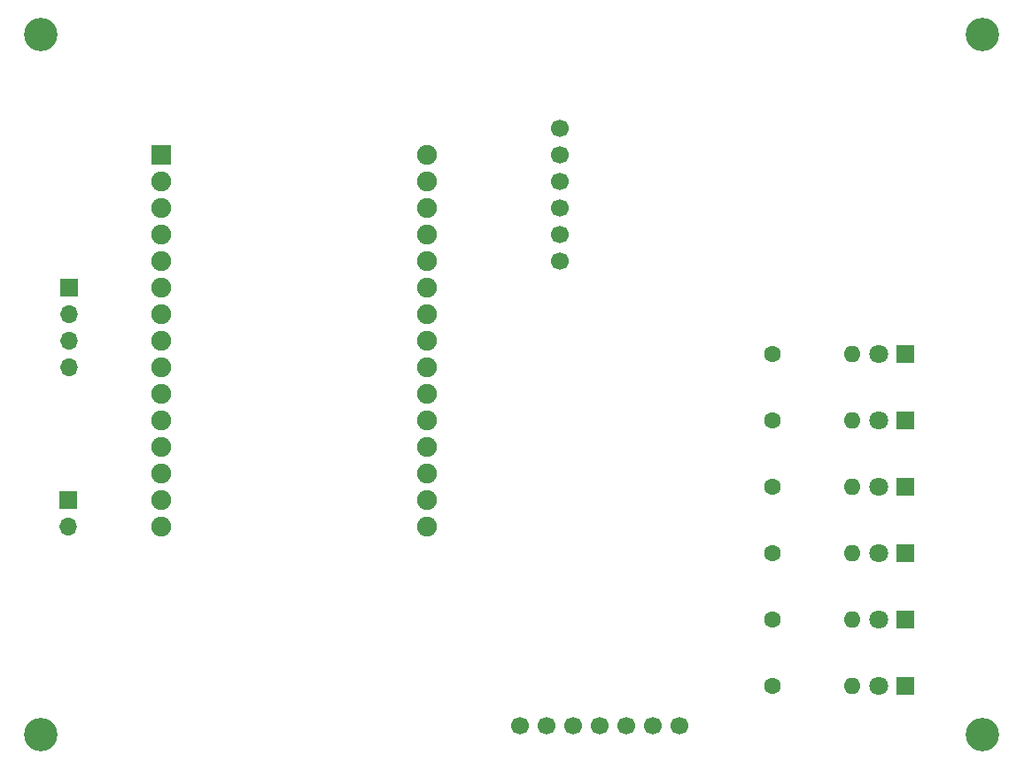
<source format=gbr>
%TF.GenerationSoftware,KiCad,Pcbnew,7.0.10*%
%TF.CreationDate,2024-04-22T12:45:59-04:00*%
%TF.ProjectId,ping_pong_esp32,70696e67-5f70-46f6-9e67-5f6573703332,rev?*%
%TF.SameCoordinates,Original*%
%TF.FileFunction,Soldermask,Bot*%
%TF.FilePolarity,Negative*%
%FSLAX46Y46*%
G04 Gerber Fmt 4.6, Leading zero omitted, Abs format (unit mm)*
G04 Created by KiCad (PCBNEW 7.0.10) date 2024-04-22 12:45:59*
%MOMM*%
%LPD*%
G01*
G04 APERTURE LIST*
G04 Aperture macros list*
%AMRoundRect*
0 Rectangle with rounded corners*
0 $1 Rounding radius*
0 $2 $3 $4 $5 $6 $7 $8 $9 X,Y pos of 4 corners*
0 Add a 4 corners polygon primitive as box body*
4,1,4,$2,$3,$4,$5,$6,$7,$8,$9,$2,$3,0*
0 Add four circle primitives for the rounded corners*
1,1,$1+$1,$2,$3*
1,1,$1+$1,$4,$5*
1,1,$1+$1,$6,$7*
1,1,$1+$1,$8,$9*
0 Add four rect primitives between the rounded corners*
20,1,$1+$1,$2,$3,$4,$5,0*
20,1,$1+$1,$4,$5,$6,$7,0*
20,1,$1+$1,$6,$7,$8,$9,0*
20,1,$1+$1,$8,$9,$2,$3,0*%
G04 Aperture macros list end*
%ADD10C,3.200000*%
%ADD11C,1.800000*%
%ADD12R,1.800000X1.800000*%
%ADD13R,1.700000X1.700000*%
%ADD14O,1.700000X1.700000*%
%ADD15C,1.700000*%
%ADD16RoundRect,0.102000X-0.850000X-0.850000X0.850000X-0.850000X0.850000X0.850000X-0.850000X0.850000X0*%
%ADD17C,1.904000*%
%ADD18C,1.600000*%
%ADD19O,1.600000X1.600000*%
G04 APERTURE END LIST*
D10*
%TO.C,H104*%
X95000000Y-72000000D03*
%TD*%
%TO.C,H103*%
X5000000Y-72000000D03*
%TD*%
%TO.C,H102*%
X95000000Y-5000000D03*
%TD*%
%TO.C,H101*%
X5000000Y-5000000D03*
%TD*%
D11*
%TO.C,D106*%
X85090000Y-35560000D03*
D12*
X87630000Y-35560000D03*
%TD*%
%TO.C,D105*%
X87630000Y-41910000D03*
D11*
X85090000Y-41910000D03*
%TD*%
D12*
%TO.C,D104*%
X87630000Y-48260000D03*
D11*
X85090000Y-48260000D03*
%TD*%
D12*
%TO.C,D103*%
X87630000Y-54610000D03*
D11*
X85090000Y-54610000D03*
%TD*%
D12*
%TO.C,D102*%
X87630000Y-60960000D03*
D11*
X85090000Y-60960000D03*
%TD*%
D13*
%TO.C,J102*%
X7620000Y-49530000D03*
D14*
X7620000Y-52070000D03*
%TD*%
D13*
%TO.C,J101*%
X7645000Y-29220000D03*
D14*
X7645000Y-31760000D03*
X7645000Y-34300000D03*
X7645000Y-36840000D03*
%TD*%
D15*
%TO.C,U103*%
X66040000Y-71120000D03*
X63500000Y-71120000D03*
X60960000Y-71120000D03*
X58420000Y-71120000D03*
X55880000Y-71120000D03*
X53340000Y-71120000D03*
X50800000Y-71120000D03*
%TD*%
D16*
%TO.C,U102*%
X16510000Y-16510000D03*
D17*
X16510000Y-19050000D03*
X16510000Y-21590000D03*
X16510000Y-24130000D03*
X16510000Y-26670000D03*
X16510000Y-29210000D03*
X16510000Y-31750000D03*
X16510000Y-34290000D03*
X16510000Y-36830000D03*
X16510000Y-39370000D03*
X16510000Y-41910000D03*
X16510000Y-44450000D03*
X16510000Y-46990000D03*
X16510000Y-49530000D03*
X16510000Y-52070000D03*
X41910000Y-52070000D03*
X41910000Y-49530000D03*
X41910000Y-46990000D03*
X41910000Y-44450000D03*
X41910000Y-41910000D03*
X41910000Y-39370000D03*
X41910000Y-36830000D03*
X41910000Y-34290000D03*
X41910000Y-31750000D03*
X41910000Y-29210000D03*
X41910000Y-26670000D03*
X41910000Y-24130000D03*
X41910000Y-21590000D03*
X41910000Y-19050000D03*
X41910000Y-16510000D03*
%TD*%
D15*
%TO.C,U101*%
X54610000Y-26670000D03*
X54610000Y-24130000D03*
X54610000Y-21590000D03*
X54610000Y-19050000D03*
X54610000Y-16510000D03*
X54610000Y-13970000D03*
%TD*%
D18*
%TO.C,R106*%
X74930000Y-35560000D03*
D19*
X82550000Y-35560000D03*
%TD*%
D18*
%TO.C,R105*%
X74930000Y-41910000D03*
D19*
X82550000Y-41910000D03*
%TD*%
D18*
%TO.C,R104*%
X74930000Y-48260000D03*
D19*
X82550000Y-48260000D03*
%TD*%
D18*
%TO.C,R103*%
X74930000Y-54610000D03*
D19*
X82550000Y-54610000D03*
%TD*%
D18*
%TO.C,R102*%
X74930000Y-60960000D03*
D19*
X82550000Y-60960000D03*
%TD*%
D18*
%TO.C,R101*%
X74930000Y-67310000D03*
D19*
X82550000Y-67310000D03*
%TD*%
D12*
%TO.C,D101*%
X87630000Y-67310000D03*
D11*
X85090000Y-67310000D03*
%TD*%
M02*

</source>
